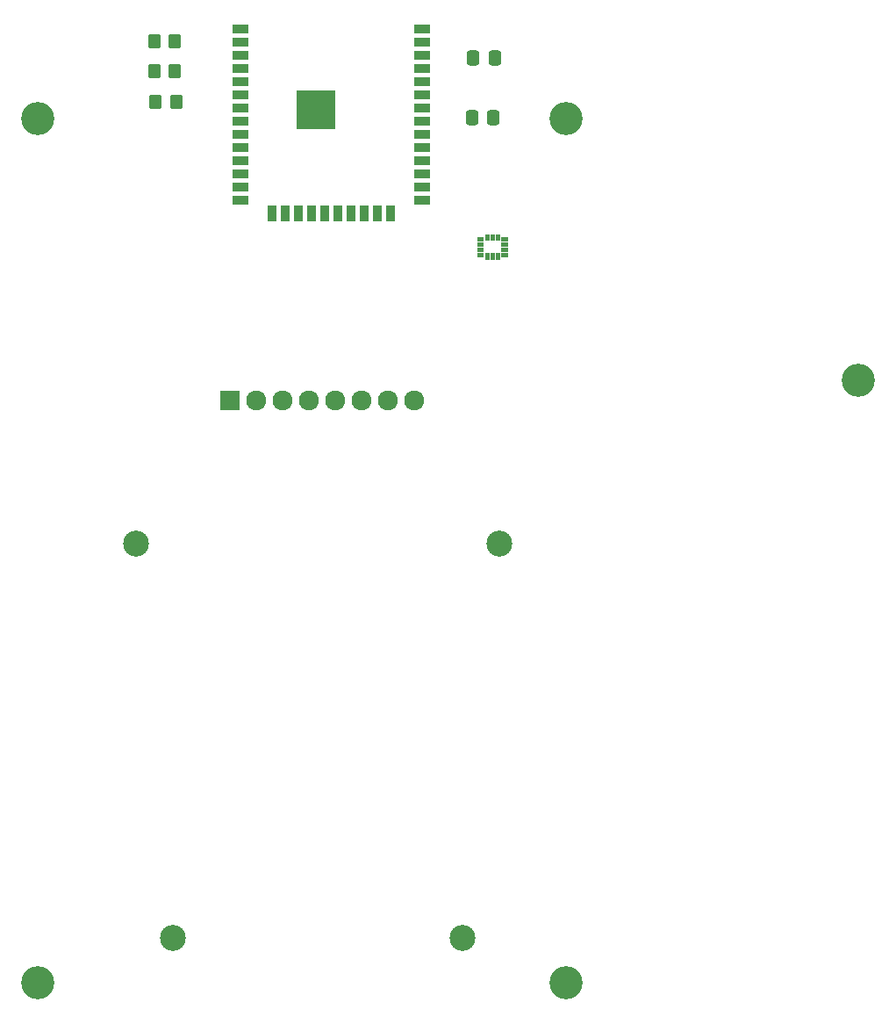
<source format=gbr>
%TF.GenerationSoftware,KiCad,Pcbnew,8.0.8*%
%TF.CreationDate,2025-03-13T01:12:54-05:00*%
%TF.ProjectId,BackTracker,4261636b-5472-4616-936b-65722e6b6963,rev?*%
%TF.SameCoordinates,Original*%
%TF.FileFunction,Soldermask,Top*%
%TF.FilePolarity,Negative*%
%FSLAX46Y46*%
G04 Gerber Fmt 4.6, Leading zero omitted, Abs format (unit mm)*
G04 Created by KiCad (PCBNEW 8.0.8) date 2025-03-13 01:12:54*
%MOMM*%
%LPD*%
G01*
G04 APERTURE LIST*
G04 Aperture macros list*
%AMRoundRect*
0 Rectangle with rounded corners*
0 $1 Rounding radius*
0 $2 $3 $4 $5 $6 $7 $8 $9 X,Y pos of 4 corners*
0 Add a 4 corners polygon primitive as box body*
4,1,4,$2,$3,$4,$5,$6,$7,$8,$9,$2,$3,0*
0 Add four circle primitives for the rounded corners*
1,1,$1+$1,$2,$3*
1,1,$1+$1,$4,$5*
1,1,$1+$1,$6,$7*
1,1,$1+$1,$8,$9*
0 Add four rect primitives between the rounded corners*
20,1,$1+$1,$2,$3,$4,$5,0*
20,1,$1+$1,$4,$5,$6,$7,0*
20,1,$1+$1,$6,$7,$8,$9,0*
20,1,$1+$1,$8,$9,$2,$3,0*%
G04 Aperture macros list end*
%ADD10C,0.010000*%
%ADD11C,3.200000*%
%ADD12RoundRect,0.102000X-0.862500X-0.862500X0.862500X-0.862500X0.862500X0.862500X-0.862500X0.862500X0*%
%ADD13C,1.929000*%
%ADD14C,2.500000*%
%ADD15RoundRect,0.250000X-0.350000X-0.450000X0.350000X-0.450000X0.350000X0.450000X-0.350000X0.450000X0*%
%ADD16RoundRect,0.250000X0.350000X0.450000X-0.350000X0.450000X-0.350000X-0.450000X0.350000X-0.450000X0*%
%ADD17RoundRect,0.250000X0.337500X0.475000X-0.337500X0.475000X-0.337500X-0.475000X0.337500X-0.475000X0*%
%ADD18RoundRect,0.250000X-0.337500X-0.475000X0.337500X-0.475000X0.337500X0.475000X-0.337500X0.475000X0*%
%ADD19C,0.600000*%
%ADD20R,3.800000X3.800000*%
%ADD21R,1.500000X0.900000*%
%ADD22R,0.900000X1.500000*%
G04 APERTURE END LIST*
D10*
%TO.C,U3*%
X119309000Y-55128000D02*
X118959000Y-55128000D01*
X118959000Y-54553000D01*
X119309000Y-54553000D01*
X119309000Y-55128000D01*
G36*
X119309000Y-55128000D02*
G01*
X118959000Y-55128000D01*
X118959000Y-54553000D01*
X119309000Y-54553000D01*
X119309000Y-55128000D01*
G37*
X119809000Y-55128000D02*
X119459000Y-55128000D01*
X119459000Y-54553000D01*
X119809000Y-54553000D01*
X119809000Y-55128000D01*
G36*
X119809000Y-55128000D02*
G01*
X119459000Y-55128000D01*
X119459000Y-54553000D01*
X119809000Y-54553000D01*
X119809000Y-55128000D01*
G37*
X120309000Y-55128000D02*
X119959000Y-55128000D01*
X119959000Y-54553000D01*
X120309000Y-54553000D01*
X120309000Y-55128000D01*
G36*
X120309000Y-55128000D02*
G01*
X119959000Y-55128000D01*
X119959000Y-54553000D01*
X120309000Y-54553000D01*
X120309000Y-55128000D01*
G37*
X121084000Y-55178000D02*
X120509000Y-55178000D01*
X120509000Y-54828000D01*
X121084000Y-54828000D01*
X121084000Y-55178000D01*
G36*
X121084000Y-55178000D02*
G01*
X120509000Y-55178000D01*
X120509000Y-54828000D01*
X121084000Y-54828000D01*
X121084000Y-55178000D01*
G37*
X121084000Y-55678000D02*
X120509000Y-55678000D01*
X120509000Y-55328000D01*
X121084000Y-55328000D01*
X121084000Y-55678000D01*
G36*
X121084000Y-55678000D02*
G01*
X120509000Y-55678000D01*
X120509000Y-55328000D01*
X121084000Y-55328000D01*
X121084000Y-55678000D01*
G37*
X121084000Y-56178000D02*
X120509000Y-56178000D01*
X120509000Y-55828000D01*
X121084000Y-55828000D01*
X121084000Y-56178000D01*
G36*
X121084000Y-56178000D02*
G01*
X120509000Y-56178000D01*
X120509000Y-55828000D01*
X121084000Y-55828000D01*
X121084000Y-56178000D01*
G37*
X121084000Y-56678000D02*
X120509000Y-56678000D01*
X120509000Y-56328000D01*
X121084000Y-56328000D01*
X121084000Y-56678000D01*
G36*
X121084000Y-56678000D02*
G01*
X120509000Y-56678000D01*
X120509000Y-56328000D01*
X121084000Y-56328000D01*
X121084000Y-56678000D01*
G37*
X120309000Y-56953000D02*
X119959000Y-56953000D01*
X119959000Y-56378000D01*
X120309000Y-56378000D01*
X120309000Y-56953000D01*
G36*
X120309000Y-56953000D02*
G01*
X119959000Y-56953000D01*
X119959000Y-56378000D01*
X120309000Y-56378000D01*
X120309000Y-56953000D01*
G37*
X119809000Y-56953000D02*
X119459000Y-56953000D01*
X119459000Y-56378000D01*
X119809000Y-56378000D01*
X119809000Y-56953000D01*
G36*
X119809000Y-56953000D02*
G01*
X119459000Y-56953000D01*
X119459000Y-56378000D01*
X119809000Y-56378000D01*
X119809000Y-56953000D01*
G37*
X119309000Y-56953000D02*
X118959000Y-56953000D01*
X118959000Y-56378000D01*
X119309000Y-56378000D01*
X119309000Y-56953000D01*
G36*
X119309000Y-56953000D02*
G01*
X118959000Y-56953000D01*
X118959000Y-56378000D01*
X119309000Y-56378000D01*
X119309000Y-56953000D01*
G37*
X118759000Y-56678000D02*
X118184000Y-56678000D01*
X118184000Y-56328000D01*
X118759000Y-56328000D01*
X118759000Y-56678000D01*
G36*
X118759000Y-56678000D02*
G01*
X118184000Y-56678000D01*
X118184000Y-56328000D01*
X118759000Y-56328000D01*
X118759000Y-56678000D01*
G37*
X118759000Y-56178000D02*
X118184000Y-56178000D01*
X118184000Y-55828000D01*
X118759000Y-55828000D01*
X118759000Y-56178000D01*
G36*
X118759000Y-56178000D02*
G01*
X118184000Y-56178000D01*
X118184000Y-55828000D01*
X118759000Y-55828000D01*
X118759000Y-56178000D01*
G37*
X118759000Y-55678000D02*
X118184000Y-55678000D01*
X118184000Y-55328000D01*
X118759000Y-55328000D01*
X118759000Y-55678000D01*
G36*
X118759000Y-55678000D02*
G01*
X118184000Y-55678000D01*
X118184000Y-55328000D01*
X118759000Y-55328000D01*
X118759000Y-55678000D01*
G37*
X118759000Y-55178000D02*
X118184000Y-55178000D01*
X118184000Y-54828000D01*
X118759000Y-54828000D01*
X118759000Y-55178000D01*
G36*
X118759000Y-55178000D02*
G01*
X118184000Y-55178000D01*
X118184000Y-54828000D01*
X118759000Y-54828000D01*
X118759000Y-55178000D01*
G37*
%TD*%
D11*
%TO.C,H1*%
X75819000Y-43434000D03*
%TD*%
%TO.C,H4*%
X75819000Y-126746000D03*
%TD*%
D12*
%TO.C,U2*%
X94361000Y-70612000D03*
D13*
X96901000Y-70612000D03*
X99441000Y-70612000D03*
X101981000Y-70612000D03*
X104521000Y-70612000D03*
X107061000Y-70612000D03*
X109601000Y-70612000D03*
X112141000Y-70612000D03*
D14*
X88811000Y-122372000D03*
X116811000Y-122372000D03*
X85311000Y-84372000D03*
X120311000Y-84372000D03*
%TD*%
D11*
%TO.C,H1*%
X126746000Y-43434000D03*
%TD*%
D15*
%TO.C,R1*%
X89027000Y-35941000D03*
X87027000Y-35941000D03*
%TD*%
D16*
%TO.C,R3*%
X87154000Y-41783000D03*
X89154000Y-41783000D03*
%TD*%
D11*
%TO.C,H4*%
X126746000Y-126746000D03*
%TD*%
D17*
%TO.C,C2*%
X117813000Y-37592000D03*
X119888000Y-37592000D03*
%TD*%
D16*
%TO.C,R2*%
X87027000Y-38862000D03*
X89027000Y-38862000D03*
%TD*%
D11*
%TO.C,H3*%
X154940000Y-68605000D03*
%TD*%
D18*
%TO.C,C1*%
X117686000Y-43307000D03*
X119761000Y-43307000D03*
%TD*%
D19*
%TO.C,U1*%
X104027000Y-43218000D03*
X104027000Y-41818000D03*
X103327000Y-43918000D03*
X103327000Y-42518000D03*
X103327000Y-41118000D03*
D20*
X102627000Y-42518000D03*
D19*
X102602000Y-43218000D03*
X102602000Y-41818000D03*
X101927000Y-43918000D03*
X101927000Y-42518000D03*
X101927000Y-41118000D03*
X101227000Y-43218000D03*
X101227000Y-41818000D03*
D21*
X112877000Y-34798000D03*
X112877000Y-36068000D03*
X112877000Y-37338000D03*
X112877000Y-38608000D03*
X112877000Y-39878000D03*
X112877000Y-41148000D03*
X112877000Y-42418000D03*
X112877000Y-43688000D03*
X112877000Y-44958000D03*
X112877000Y-46228000D03*
X112877000Y-47498000D03*
X112877000Y-48768000D03*
X112877000Y-50038000D03*
X112877000Y-51308000D03*
D22*
X109847000Y-52558000D03*
X108577000Y-52558000D03*
X107307000Y-52558000D03*
X106037000Y-52558000D03*
X104767000Y-52558000D03*
X103497000Y-52558000D03*
X102227000Y-52558000D03*
X100957000Y-52558000D03*
X99687000Y-52558000D03*
X98417000Y-52558000D03*
D21*
X95377000Y-51308000D03*
X95377000Y-50038000D03*
X95377000Y-48768000D03*
X95377000Y-47498000D03*
X95377000Y-46228000D03*
X95377000Y-44958000D03*
X95377000Y-43688000D03*
X95377000Y-42418000D03*
X95377000Y-41148000D03*
X95377000Y-39878000D03*
X95377000Y-38608000D03*
X95377000Y-37338000D03*
X95377000Y-36068000D03*
X95377000Y-34798000D03*
%TD*%
M02*

</source>
